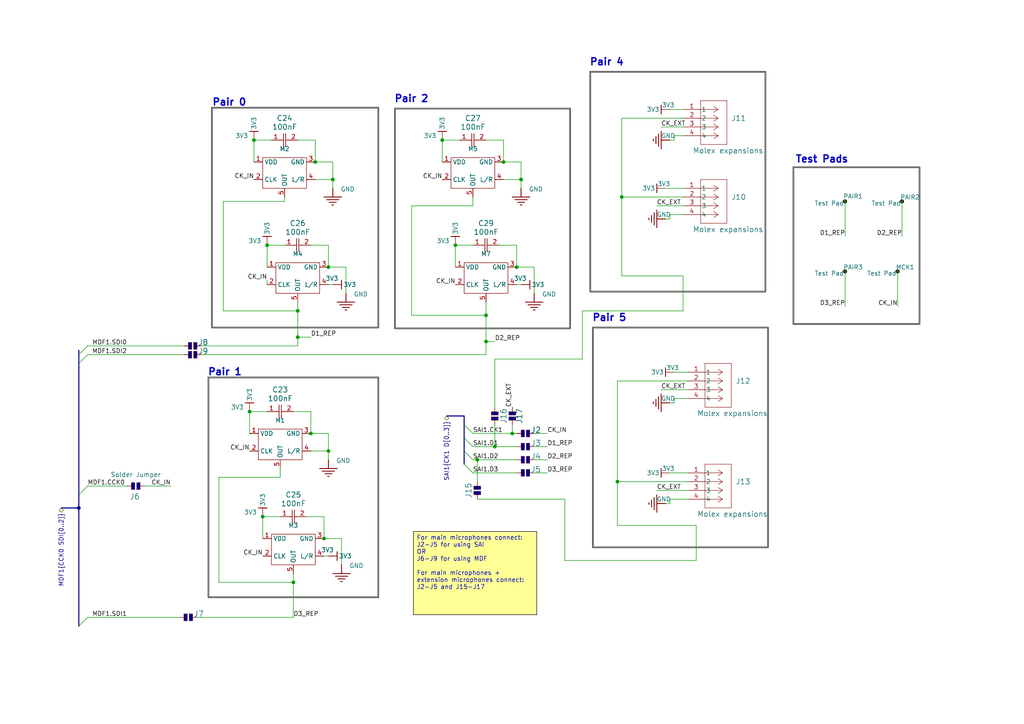
<source format=kicad_sch>
(kicad_sch (version 20250114) (generator "eeschema") (generator_version "9.0")
  (paper "A4")
  (lib_symbols
    (symbol "gap9_deck:CMP-00005-5" (pin_numbers (hide yes)) (pin_names (hide yes))
      (property "Reference" "J" (at 1.016 -1.27 0))
      (property "Value" "Solder Jumper" (at 1.016 -3.81 0))
      (symbol "CMP-00005-5_1_0"
        (rectangle (start 1.016 1.27) (end -1.016 0.254) (stroke (width 0.0254) (color 128 0 0 1)) (fill (type color) (color 0 0 128 1)))
        (rectangle (start 1.016 -0.254) (end -1.016 -1.27) (stroke (width 0.0254) (color 128 0 0 1)) (fill (type color) (color 0 0 128 1)))
        (pin passive line (at 0 2.54 270) (length 1.27) (name "") (number "2"))
        (pin passive line (at 0 -2.54 90) (length 1.27) (name "") (number "1"))
      )
    )
    (symbol "gap9_deck:root_0_CMP-01283-1_gap9_deck.SCHLIB" (pin_numbers (hide yes)) (pin_names (hide yes))
      (symbol "root_0_CMP-01283-1_gap9_deck.SCHLIB_1_0"
        (circle (center 0 0) (radius 0.508) (stroke (width 0) (color 0 0 0 1)) (fill (type color) (color 63 69 17 1)))
        (pin passive line (at 0 0 180) (length 0) (name "1") (number "1"))
      )
    )
    (symbol "gap9_deck:root_3_CMP-01283-1_gap9_deck.SCHLIB" (pin_numbers (hide yes)) (pin_names (hide yes))
      (symbol "root_3_CMP-01283-1_gap9_deck.SCHLIB_1_0"
        (circle (center 0 0) (radius 0.508) (stroke (width 0) (color 0 0 0 1)) (fill (type color) (color 63 69 17 1)))
        (pin passive line (at 0 0 90) (length 0) (name "1") (number "1"))
      )
    )
    (symbol "gap9_deck_v2-altium-import:3V3_BAR" (power)
      (symbol "3V3_BAR_0_0"
        (polyline (pts (xy -1.27 -2.54) (xy 1.27 -2.54)) (stroke (width 0.254)))
      )
      (symbol "3V3_BAR_1_1"
        (pin power_in line (at 0 0 270) (length 2.54) (name "3V3") (number ""))
      )
    )
    (symbol "gap9_deck_v2-altium-import:GND_POWER_GROUND" (power)
      (property "Value" "GND" (at 0 -6.35 0))
      (symbol "GND_POWER_GROUND_0_0"
        (polyline (pts (xy -2.54 -2.54) (xy 2.54 -2.54)) (stroke (width 0.254)))
        (polyline (pts (xy -1.778 -3.302) (xy 1.778 -3.302)) (stroke (width 0.254)))
        (polyline (pts (xy -1.016 -4.064) (xy 1.016 -4.064)) (stroke (width 0.254)))
        (polyline (pts (xy -0.254 -4.826) (xy 0.254 -4.826)) (stroke (width 0.254)))
        (polyline (pts (xy 0 0) (xy 0 -2.54)) (stroke (width 0.254)))
        (pin power_in line (at 0 0 0) (length 0) (hide yes) (name "GND") (number ""))
      )
    )
    (symbol "ul_0402B104K160CT:0402B104K160CT" (pin_names (offset 0.254))
      (property "Reference" "C" (at 3.81 3.81 0))
      (property "Value" "0402B104K160CT" (at 3.81 -3.81 0))
      (symbol "0402B104K160CT_1_1"
        (polyline (pts (xy 2.54 0) (xy 3.4798 0)) (stroke (width 0.2032)))
        (polyline (pts (xy 3.4798 -1.905) (xy 3.4798 1.905)) (stroke (width 0.2032)))
        (polyline (pts (xy 4.1148 0) (xy 5.08 0)) (stroke (width 0.2032)))
        (polyline (pts (xy 4.1148 -1.905) (xy 4.1148 1.905)) (stroke (width 0.2032)))
        (pin unspecified line (at 0 0 0) (length 2.54) (name "") (number "1"))
        (pin unspecified line (at 7.62 0 180) (length 2.54) (name "") (number "2"))
      )
      (symbol "0402B104K160CT_1_2"
        (polyline (pts (xy -1.905 -3.4798) (xy 1.905 -3.4798)) (stroke (width 0.2032)))
        (polyline (pts (xy -1.905 -4.1148) (xy 1.905 -4.1148)) (stroke (width 0.2032)))
        (polyline (pts (xy 0 -2.54) (xy 0 -3.4798)) (stroke (width 0.2032)))
        (polyline (pts (xy 0 -4.1148) (xy 0 -5.08)) (stroke (width 0.2032)))
        (pin unspecified line (at 0 0 270) (length 2.54) (name "") (number "1"))
        (pin unspecified line (at 0 -7.62 90) (length 2.54) (name "") (number "2"))
      )
    )
    (symbol "ul_0402B104K160CT:DMM-2627-B"
      (property "Reference" "M" (at 0 5.08 0))
      (symbol "DMM-2627-B_0_1"
        (rectangle (start -6.35 3.81) (end 6.35 -5.08))
      )
      (symbol "DMM-2627-B_1_1"
        (pin bidirectional line (at -8.89 2.54 0) (length 2.54) (name "VDD") (number "1"))
        (pin bidirectional line (at -8.89 -2.54 0) (length 2.54) (name "CLK") (number "2"))
        (pin bidirectional line (at 0 -7.62 90) (length 2.54) (name "OUT") (number "5"))
        (pin bidirectional line (at 8.89 2.54 180) (length 2.54) (name "GND") (number "3"))
        (pin power_in line (at 8.89 -2.54 180) (length 2.54) (name "L/R") (number "4"))
      )
    )
    (symbol "ul_530480410:530480410" (pin_names (offset 0.254))
      (property "Reference" "J" (at 8.89 6.35 0))
      (property "Value" "530480410" (at 0 0 0))
      (symbol "530480410_1_1"
        (polyline (pts (xy 5.08 2.54) (xy 5.08 -10.16)) (stroke (width 0.127)))
        (polyline (pts (xy 5.08 -10.16) (xy 12.7 -10.16)) (stroke (width 0.127)))
        (polyline (pts (xy 10.16 0) (xy 5.08 0)) (stroke (width 0.127)))
        (polyline (pts (xy 10.16 0) (xy 8.89 0.8467)) (stroke (width 0.127)))
        (polyline (pts (xy 10.16 0) (xy 8.89 -0.8467)) (stroke (width 0.127)))
        (polyline (pts (xy 10.16 -2.54) (xy 5.08 -2.54)) (stroke (width 0.127)))
        (polyline (pts (xy 10.16 -2.54) (xy 8.89 -1.6933)) (stroke (width 0.127)))
        (polyline (pts (xy 10.16 -2.54) (xy 8.89 -3.3867)) (stroke (width 0.127)))
        (polyline (pts (xy 10.16 -5.08) (xy 5.08 -5.08)) (stroke (width 0.127)))
        (polyline (pts (xy 10.16 -5.08) (xy 8.89 -4.2333)) (stroke (width 0.127)))
        (polyline (pts (xy 10.16 -5.08) (xy 8.89 -5.9267)) (stroke (width 0.127)))
        (polyline (pts (xy 10.16 -7.62) (xy 5.08 -7.62)) (stroke (width 0.127)))
        (polyline (pts (xy 10.16 -7.62) (xy 8.89 -6.7733)) (stroke (width 0.127)))
        (polyline (pts (xy 10.16 -7.62) (xy 8.89 -8.4667)) (stroke (width 0.127)))
        (polyline (pts (xy 12.7 2.54) (xy 5.08 2.54)) (stroke (width 0.127)))
        (polyline (pts (xy 12.7 -10.16) (xy 12.7 2.54)) (stroke (width 0.127)))
        (pin power_in line (at 0 0 0) (length 5.08) (name "1") (number "1"))
        (pin bidirectional line (at 0 -2.54 0) (length 5.08) (name "2") (number "2"))
        (pin bidirectional line (at 0 -5.08 0) (length 5.08) (name "3") (number "3"))
        (pin bidirectional line (at 0 -7.62 0) (length 5.08) (name "4") (number "4"))
      )
      (symbol "530480410_1_2"
        (polyline (pts (xy 5.08 2.54) (xy 5.08 -10.16)) (stroke (width 0.127)))
        (polyline (pts (xy 5.08 -10.16) (xy 12.7 -10.16)) (stroke (width 0.127)))
        (polyline (pts (xy 7.62 0) (xy 5.08 0)) (stroke (width 0.127)))
        (polyline (pts (xy 7.62 0) (xy 8.89 0.8467)) (stroke (width 0.127)))
        (polyline (pts (xy 7.62 0) (xy 8.89 -0.8467)) (stroke (width 0.127)))
        (polyline (pts (xy 7.62 -2.54) (xy 5.08 -2.54)) (stroke (width 0.127)))
        (polyline (pts (xy 7.62 -2.54) (xy 8.89 -1.6933)) (stroke (width 0.127)))
        (polyline (pts (xy 7.62 -2.54) (xy 8.89 -3.3867)) (stroke (width 0.127)))
        (polyline (pts (xy 7.62 -5.08) (xy 5.08 -5.08)) (stroke (width 0.127)))
        (polyline (pts (xy 7.62 -5.08) (xy 8.89 -4.2333)) (stroke (width 0.127)))
        (polyline (pts (xy 7.62 -5.08) (xy 8.89 -5.9267)) (stroke (width 0.127)))
        (polyline (pts (xy 7.62 -7.62) (xy 5.08 -7.62)) (stroke (width 0.127)))
        (polyline (pts (xy 7.62 -7.62) (xy 8.89 -6.7733)) (stroke (width 0.127)))
        (polyline (pts (xy 7.62 -7.62) (xy 8.89 -8.4667)) (stroke (width 0.127)))
        (polyline (pts (xy 12.7 2.54) (xy 5.08 2.54)) (stroke (width 0.127)))
        (polyline (pts (xy 12.7 -10.16) (xy 12.7 2.54)) (stroke (width 0.127)))
        (pin unspecified line (at 0 0 0) (length 5.08) (name "1") (number "1"))
        (pin unspecified line (at 0 -2.54 0) (length 5.08) (name "2") (number "2"))
        (pin unspecified line (at 0 -5.08 0) (length 5.08) (name "3") (number "3"))
        (pin unspecified line (at 0 -7.62 0) (length 5.08) (name "4") (number "4"))
      )
    )
  )
  (rectangle (start 60.452 109.474) (end 109.728 173.228) (stroke (width 0.508) (color 102 102 102 1)))
  (rectangle (start 114.554 31.496) (end 165.354 95.25) (stroke (width 0.508) (color 102 102 102 1)))
  (rectangle (start 171.196 20.828) (end 221.996 84.582) (stroke (width 0.508) (color 102 102 102 1)))
  (rectangle (start 230.124 48.514) (end 266.7 93.98) (stroke (width 0.508) (color 102 102 102 1)))
  (rectangle (start 61.468 31.242) (end 109.728 94.996) (stroke (width 0.508) (color 102 102 102 1)))
  (rectangle (start 171.958 94.996) (end 222.758 158.75) (stroke (width 0.508) (color 102 102 102 1)))
  (text "Pair 0" (at 61.468 30.988 0) (effects (font (size 2.032 2.032) (thickness 0.4064) (bold yes)) (justify left bottom)))
  (text "Pair 5" (at 171.704 93.472 0) (effects (font (size 2.032 2.032) (thickness 0.4064) (bold yes)) (justify left bottom)))
  (text "Pair 4" (at 170.942 19.304 0) (effects (font (size 2.032 2.032) (thickness 0.4064) (bold yes)) (justify left bottom)))
  (text "Test Pads\n" (at 230.632 47.498 0) (effects (font (size 2.032 2.032) (thickness 0.4064) (bold yes)) (justify left bottom)))
  (text "Pair 1\n" (at 60.198 109.22 0) (effects (font (size 2.032 2.032) (thickness 0.4064) (bold yes)) (justify left bottom)))
  (text "Pair 2" (at 114.3 29.972 0) (effects (font (size 2.032 2.032) (thickness 0.4064) (bold yes)) (justify left bottom)))
  (text_box "For main microphones connect: \nJ2-J5 for using SAI\nOR \nJ6-J9 for using MDF\n\nFor main microphones + extension microphones connect:\nJ2-J5 and J15-J17\n\n" (at 119.888 154.178 0) (size 35.814 24.13) (margins 0.9525 0.9525 0.9525 0.9525) (stroke (width 0) (color 0 0 0 1)) (fill (type color) (color 255 255 150 1)) (effects (font (size 1.27 1.27)) (justify left top)))
  (junction (at 95.25 77.47))
  (junction (at 22.86 147.32))
  (junction (at 76.2 149.86))
  (junction (at 146.05 46.99))
  (junction (at 148.59 125.73))
  (junction (at 128.27 40.64))
  (junction (at 73.66 40.64))
  (junction (at 179.07 139.7))
  (junction (at 85.09 168.91))
  (junction (at 91.44 46.99))
  (junction (at 151.13 52.07))
  (junction (at 93.98 156.21))
  (junction (at 86.36 90.17))
  (junction (at 140.97 99.06))
  (junction (at 132.08 71.12))
  (junction (at 77.47 71.12))
  (junction (at 180.34 57.15))
  (junction (at 90.17 125.73))
  (junction (at 143.51 129.54))
  (junction (at 95.25 130.81))
  (junction (at 72.39 119.38))
  (junction (at 138.43 133.35))
  (junction (at 96.52 52.07))
  (junction (at 149.86 77.47))
  (junction (at 140.97 91.44))
  (junction (at 86.36 97.79))
  (bus_entry (at 134.62 130.81) (size 2.54 2.54))
  (bus_entry (at 134.62 123.19) (size 2.54 2.54))
  (bus_entry (at 22.86 105.41) (size 2.54 -2.54))
  (bus_entry (at 22.86 102.87) (size 2.54 -2.54))
  (bus_entry (at 134.62 134.62) (size 2.54 2.54))
  (bus_entry (at 22.86 143.51) (size 2.54 -2.54))
  (bus_entry (at 22.86 181.61) (size 2.54 -2.54))
  (bus_entry (at 134.62 127) (size 2.54 2.54))
  (wire (pts (xy 63.5 138.43) (xy 81.28 138.43)))
  (wire (pts (xy 95.25 125.73) (xy 90.17 125.73)))
  (wire (pts (xy 81.28 135.89) (xy 81.28 138.43)))
  (wire (pts (xy 163.83 162.56) (xy 201.93 162.56)))
  (wire (pts (xy 148.59 125.73) (xy 149.86 125.73)))
  (bus (pts (xy 22.86 101.6) (xy 22.86 102.87)))
  (wire (pts (xy 96.52 54.61) (xy 96.52 52.07)))
  (wire (pts (xy 95.25 82.55) (xy 96.52 82.55)))
  (wire (pts (xy 191.77 113.03) (xy 199.39 113.03)))
  (wire (pts (xy 77.47 71.12) (xy 77.47 77.47)))
  (wire (pts (xy 77.47 81.28) (xy 77.47 82.55)))
  (wire (pts (xy 191.77 36.83) (xy 198.12 36.83)))
  (wire (pts (xy 146.05 40.64) (xy 146.05 46.99)))
  (wire (pts (xy 190.5 142.24) (xy 199.39 142.24)))
  (wire (pts (xy 85.09 166.37) (xy 85.09 168.91)))
  (bus (pts (xy 22.86 147.32) (xy 22.86 181.61)))
  (wire (pts (xy 58.42 100.33) (xy 86.36 100.33)))
  (wire (pts (xy 195.58 116.84) (xy 195.58 115.57)))
  (wire (pts (xy 93.98 161.29) (xy 95.25 161.29)))
  (wire (pts (xy 146.05 52.07) (xy 151.13 52.07)))
  (wire (pts (xy 194.31 40.64) (xy 195.58 40.64)))
  (wire (pts (xy 100.33 77.47) (xy 95.25 77.47)))
  (wire (pts (xy 95.25 71.12) (xy 95.25 77.47)))
  (bus (pts (xy 22.86 105.41) (xy 22.86 143.51)))
  (wire (pts (xy 77.47 119.38) (xy 72.39 119.38)))
  (wire (pts (xy 86.36 40.64) (xy 91.44 40.64)))
  (wire (pts (xy 99.06 156.21) (xy 99.06 163.83)))
  (wire (pts (xy 195.58 115.57) (xy 199.39 115.57)))
  (wire (pts (xy 95.25 130.81) (xy 95.25 125.73)))
  (wire (pts (xy 137.16 125.73) (xy 148.59 125.73)))
  (wire (pts (xy 179.07 152.4) (xy 179.07 139.7)))
  (wire (pts (xy 193.04 63.5) (xy 194.31 63.5)))
  (wire (pts (xy 72.39 119.38) (xy 72.39 125.73)))
  (wire (pts (xy 133.35 40.64) (xy 128.27 40.64)))
  (wire (pts (xy 76.2 149.86) (xy 76.2 156.21)))
  (wire (pts (xy 195.58 107.95) (xy 199.39 107.95)))
  (wire (pts (xy 86.36 87.63) (xy 86.36 90.17)))
  (wire (pts (xy 154.94 129.54) (xy 158.75 129.54)))
  (wire (pts (xy 137.16 71.12) (xy 132.08 71.12)))
  (wire (pts (xy 119.38 59.69) (xy 137.16 59.69)))
  (wire (pts (xy 194.31 137.16) (xy 199.39 137.16)))
  (wire (pts (xy 180.34 57.15) (xy 198.12 57.15)))
  (wire (pts (xy 90.17 97.79) (xy 86.36 97.79)))
  (wire (pts (xy 154.94 77.47) (xy 154.94 85.09)))
  (wire (pts (xy 25.4 179.07) (xy 52.07 179.07)))
  (wire (pts (xy 81.28 149.86) (xy 76.2 149.86)))
  (wire (pts (xy 73.66 40.64) (xy 73.66 46.99)))
  (wire (pts (xy 261.62 68.58) (xy 261.62 58.42)))
  (wire (pts (xy 245.11 58.42) (xy 245.11 68.58)))
  (wire (pts (xy 190.5 59.69) (xy 198.12 59.69)))
  (wire (pts (xy 143.51 129.54) (xy 149.86 129.54)))
  (wire (pts (xy 143.51 99.06) (xy 140.97 99.06)))
  (wire (pts (xy 154.94 137.16) (xy 158.75 137.16)))
  (bus (pts (xy 134.62 120.65) (xy 134.62 123.19)))
  (wire (pts (xy 194.31 146.05) (xy 194.31 144.78)))
  (wire (pts (xy 143.51 118.11) (xy 143.51 104.14)))
  (wire (pts (xy 140.97 99.06) (xy 140.97 102.87)))
  (wire (pts (xy 194.31 62.23) (xy 198.12 62.23)))
  (wire (pts (xy 245.11 88.9) (xy 245.11 78.74)))
  (wire (pts (xy 90.17 119.38) (xy 90.17 125.73)))
  (wire (pts (xy 180.34 34.29) (xy 180.34 57.15)))
  (wire (pts (xy 140.97 87.63) (xy 140.97 91.44)))
  (wire (pts (xy 82.55 58.42) (xy 82.55 57.15)))
  (wire (pts (xy 195.58 39.37) (xy 198.12 39.37)))
  (wire (pts (xy 143.51 123.19) (xy 143.51 129.54)))
  (wire (pts (xy 194.31 144.78) (xy 199.39 144.78)))
  (wire (pts (xy 198.12 80.01) (xy 180.34 80.01)))
  (wire (pts (xy 96.52 52.07) (xy 96.52 46.99)))
  (wire (pts (xy 193.04 146.05) (xy 194.31 146.05)))
  (wire (pts (xy 90.17 71.12) (xy 95.25 71.12)))
  (bus (pts (xy 22.86 143.51) (xy 22.86 147.32)))
  (wire (pts (xy 149.86 82.55) (xy 151.13 82.55)))
  (wire (pts (xy 85.09 168.91) (xy 85.09 179.07)))
  (wire (pts (xy 91.44 52.07) (xy 96.52 52.07)))
  (wire (pts (xy 25.4 102.87) (xy 53.34 102.87)))
  (wire (pts (xy 93.98 149.86) (xy 93.98 156.21)))
  (bus (pts (xy 134.62 127) (xy 134.62 130.81)))
  (wire (pts (xy 193.04 54.61) (xy 198.12 54.61)))
  (wire (pts (xy 58.42 102.87) (xy 140.97 102.87)))
  (wire (pts (xy 140.97 40.64) (xy 146.05 40.64)))
  (wire (pts (xy 63.5 168.91) (xy 63.5 138.43)))
  (wire (pts (xy 148.59 123.19) (xy 148.59 125.73)))
  (wire (pts (xy 78.74 40.64) (xy 73.66 40.64)))
  (wire (pts (xy 64.77 58.42) (xy 82.55 58.42)))
  (wire (pts (xy 96.52 46.99) (xy 91.44 46.99)))
  (wire (pts (xy 99.06 156.21) (xy 93.98 156.21)))
  (wire (pts (xy 137.16 137.16) (xy 149.86 137.16)))
  (wire (pts (xy 138.43 144.78) (xy 163.83 144.78)))
  (wire (pts (xy 49.53 140.97) (xy 41.91 140.97)))
  (wire (pts (xy 198.12 80.01) (xy 198.12 90.17)))
  (wire (pts (xy 168.91 104.14) (xy 168.91 90.17)))
  (wire (pts (xy 25.4 100.33) (xy 53.34 100.33)))
  (wire (pts (xy 86.36 97.79) (xy 86.36 100.33)))
  (wire (pts (xy 132.08 71.12) (xy 132.08 77.47)))
  (bus (pts (xy 134.62 130.81) (xy 134.62 134.62)))
  (wire (pts (xy 91.44 40.64) (xy 91.44 46.99)))
  (wire (pts (xy 149.86 71.12) (xy 149.86 77.47)))
  (wire (pts (xy 86.36 90.17) (xy 86.36 97.79)))
  (wire (pts (xy 179.07 110.49) (xy 179.07 139.7)))
  (wire (pts (xy 154.94 77.47) (xy 149.86 77.47)))
  (wire (pts (xy 100.33 77.47) (xy 100.33 85.09)))
  (wire (pts (xy 85.09 168.91) (xy 63.5 168.91)))
  (wire (pts (xy 88.9 149.86) (xy 93.98 149.86)))
  (wire (pts (xy 128.27 40.64) (xy 128.27 46.99)))
  (wire (pts (xy 151.13 46.99) (xy 146.05 46.99)))
  (wire (pts (xy 138.43 133.35) (xy 149.86 133.35)))
  (wire (pts (xy 198.12 34.29) (xy 180.34 34.29)))
  (bus (pts (xy 134.62 123.19) (xy 134.62 127)))
  (wire (pts (xy 180.34 57.15) (xy 180.34 80.01)))
  (wire (pts (xy 199.39 110.49) (xy 179.07 110.49)))
  (bus (pts (xy 129.54 120.65) (xy 134.62 120.65)))
  (wire (pts (xy 138.43 133.35) (xy 138.43 139.7)))
  (wire (pts (xy 95.25 133.35) (xy 95.25 130.81)))
  (bus (pts (xy 17.78 147.32) (xy 22.86 147.32)))
  (wire (pts (xy 86.36 90.17) (xy 64.77 90.17)))
  (wire (pts (xy 154.94 133.35) (xy 158.75 133.35)))
  (wire (pts (xy 151.13 54.61) (xy 151.13 52.07)))
  (wire (pts (xy 158.75 125.73) (xy 154.94 125.73)))
  (wire (pts (xy 57.15 179.07) (xy 85.09 179.07)))
  (wire (pts (xy 140.97 91.44) (xy 140.97 99.06)))
  (wire (pts (xy 151.13 52.07) (xy 151.13 46.99)))
  (wire (pts (xy 194.31 116.84) (xy 195.58 116.84)))
  (wire (pts (xy 168.91 90.17) (xy 198.12 90.17)))
  (wire (pts (xy 163.83 144.78) (xy 163.83 162.56)))
  (wire (pts (xy 144.78 71.12) (xy 149.86 71.12)))
  (wire (pts (xy 137.16 129.54) (xy 143.51 129.54)))
  (wire (pts (xy 140.97 91.44) (xy 119.38 91.44)))
  (wire (pts (xy 85.09 119.38) (xy 90.17 119.38)))
  (wire (pts (xy 195.58 40.64) (xy 195.58 39.37)))
  (wire (pts (xy 194.31 63.5) (xy 194.31 62.23)))
  (wire (pts (xy 201.93 152.4) (xy 201.93 162.56)))
  (bus (pts (xy 22.86 102.87) (xy 22.86 105.41)))
  (wire (pts (xy 137.16 133.35) (xy 138.43 133.35)))
  (wire (pts (xy 260.35 88.9) (xy 260.35 78.74)))
  (wire (pts (xy 194.31 31.75) (xy 198.12 31.75)))
  (wire (pts (xy 201.93 152.4) (xy 179.07 152.4)))
  (wire (pts (xy 25.4 140.97) (xy 36.83 140.97)))
  (wire (pts (xy 90.17 130.81) (xy 95.25 130.81)))
  (wire (pts (xy 137.16 57.15) (xy 137.16 59.69)))
  (wire (pts (xy 64.77 90.17) (xy 64.77 58.42)))
  (wire (pts (xy 143.51 104.14) (xy 168.91 104.14)))
  (wire (pts (xy 82.55 71.12) (xy 77.47 71.12)))
  (wire (pts (xy 179.07 139.7) (xy 199.39 139.7)))
  (wire (pts (xy 119.38 91.44) (xy 119.38 59.69)))
  (label "D2_REP" (at 158.75 133.35 0))
  (label "SAI1.CK1" (at 137.16 125.73 0))
  (label "D3_REP" (at 158.75 137.16 0))
  (label "CK_IN" (at 158.75 125.73 0))
  (label "CK_IN" (at 76.2 161.29 180))
  (label "CK_EXT" (at 191.77 36.83 0))
  (label "SAI1.D3" (at 137.16 137.16 0))
  (label "D2_REP" (at 143.51 99.06 0))
  (label "CK_IN" (at 77.47 81.28 180))
  (label "CK_IN" (at 73.66 52.07 180))
  (label "CK_IN" (at 260.35 88.9 180))
  (label "CK_IN" (at 49.53 140.97 180))
  (label "MDF1.CCK0" (at 25.4 140.97 0))
  (label "D2_REP" (at 261.62 68.58 180))
  (label "SAI1.D2" (at 137.16 133.35 0))
  (label "D1_REP" (at 158.75 129.54 0))
  (label "SAI1.D1" (at 137.16 129.54 0))
  (label "MDF1.SDI2" (at 36.83 102.87 180))
  (label "CK_EXT" (at 190.5 142.24 0))
  (label "D3_REP" (at 85.09 179.07 0))
  (label "CK_IN" (at 128.27 52.07 180))
  (label "D1_REP" (at 90.17 97.79 0))
  (label "D3_REP" (at 245.11 88.9 180))
  (label "MDF1.SDI1" (at 36.83 179.07 180))
  (label "CK_IN" (at 72.39 130.81 180))
  (label "D1_REP" (at 245.11 68.58 180))
  (label "MDF1.SDI0" (at 36.83 100.33 180))
  (label "CK_EXT" (at 148.59 118.11 90))
  (label "CK_EXT" (at 190.5 59.69 0))
  (label "CK_EXT" (at 191.77 113.03 0))
  (label "CK_IN" (at 132.08 82.55 180))
  (hierarchical_label "SAI1{CK1 D[0..3]}" (shape bidirectional) (at 129.54 120.65 270))
  (hierarchical_label "MDF1{CCK0 SDI[0..2]}" (shape bidirectional) (at 17.78 147.32 270))
  (symbol (lib_id "ul_0402B104K160CT:0402B104K160CT") (at 133.35 40.64 0) (unit 1)
    (property "Reference" "C27" (at 137.16 34.29 0) (effects (font (size 1.524 1.524))))
    (property "Value" "100nF" (at 137.16 36.83 0) (effects (font (size 1.524 1.524))))
    (property "Footprint" "CAP_0402_N_WAL" (effects (hide yes)))
    (property "Datasheet" "https://www.digikey.ch/de/products/detail/walsin-technology-corporation/0402B104K160CT/6707534?s=N4IgTCBcDaIAwBY5gEIEZEGk0DY4GEAVEAXQF8g" (effects (hide yes)))
  )
  (symbol (lib_id "gap9_deck:root_3_CMP-01283-1_gap9_deck.SCHLIB") (at 245.11 78.74 0) (unit 1)
    (property "Reference" "PAIR3" (at 244.602 78.232 0) (effects (justify left bottom)))
    (property "Value" "Test Pad" (at 236.22 80.01 0) (effects (justify left bottom)))
    (property "Footprint" "TestPoint:TestPoint_Pad_D1.0mm" (effects (hide yes)))
    (property "Description" "1mm SMT Test Pad" (effects (hide yes)))
    (property "MOUNTING TECHNOLOGY" "SMT" (effects (hide yes)))
  )
  (symbol (lib_id "gap9_deck:CMP-00005-5") (at 39.37 140.97 90) (unit 1)
    (property "Reference" "J6" (at 39.116 144.018 90) (effects (font (size 1.6256 1.6256))))
    (property "Value" "Solder Jumper" (at 39.37 137.668 90) (effects (font (size 1.3208 1.3208))))
    (property "Footprint" "Jumper:SolderJumper-2_P1.3mm_Open_RoundedPad1.0x1.5mm" (effects (hide yes)))
    (property "Technology" "SMT" (effects (hide yes)))
    (property "ALTIUM_VALUE" "1" (effects (hide yes)))
  )
  (symbol (lib_id "gap9_deck:root_3_CMP-01283-1_gap9_deck.SCHLIB") (at 260.35 78.74 0) (unit 1)
    (property "Reference" "MCK1" (at 259.842 78.232 0) (effects (justify left bottom)))
    (property "Value" "Test Pad" (at 251.46 80.01 0) (effects (justify left bottom)))
    (property "Footprint" "TestPoint:TestPoint_Pad_D1.0mm" (effects (hide yes)))
    (property "Description" "1mm SMT Test Pad" (effects (hide yes)))
    (property "MOUNTING TECHNOLOGY" "SMT" (effects (hide yes)))
  )
  (symbol (lib_id "gap9_deck:CMP-00005-5") (at 148.59 120.65 180) (unit 1)
    (property "Reference" "J17" (at 150.622 120.65 90) (effects (font (size 1.6256 1.6256))))
    (property "Value" "Solder Jumper" (effects (hide yes)))
    (property "Footprint" "Jumper:SolderJumper-2_P1.3mm_Open_RoundedPad1.0x1.5mm" (effects (hide yes)))
    (property "Technology" "SMT" (effects (hide yes)))
    (property "ALTIUM_VALUE" "1" (effects (hide yes)))
  )
  (symbol (lib_id "gap9_deck_v2-altium-import:3V3_BAR") (at 96.52 82.55 90) (unit 1)
    (property "Reference" "#PWR038" (effects (hide yes)))
    (property "Value" "3V3" (at 96.266 80.772 90))
    (property "Description" "Power symbol creates a global label with name '3V3'" (effects (hide yes)))
  )
  (symbol (lib_id "gap9_deck_v2-altium-import:GND_POWER_GROUND") (at 193.04 63.5 270) (unit 1)
    (property "Reference" "#PWR055" (effects (hide yes)))
    (property "Value" "GND" (at 192.532 62.23 90))
    (property "Description" "Power symbol creates a global label with name 'GND'" (effects (hide yes)))
  )
  (symbol (lib_id "gap9_deck:CMP-00005-5") (at 138.43 142.24 0) (unit 1)
    (property "Reference" "J15" (at 135.89 142.24 90) (effects (font (size 1.6256 1.6256))))
    (property "Value" "Solder Jumper" (effects (hide yes)))
    (property "Footprint" "Jumper:SolderJumper-2_P1.3mm_Open_RoundedPad1.0x1.5mm" (effects (hide yes)))
    (property "Technology" "SMT" (effects (hide yes)))
    (property "ALTIUM_VALUE" "1" (effects (hide yes)))
  )
  (symbol (lib_id "ul_530480410:530480410") (at 199.39 107.95 0) (unit 1)
    (property "Reference" "J12" (at 213.36 110.4899 0) (effects (font (size 1.524 1.524)) (justify left)))
    (property "Value" "Molex expansions" (at 202.184 119.888 0) (effects (font (size 1.524 1.524)) (justify left)))
    (property "Footprint" "CONN04_530480410_MOL" (effects (hide yes)))
    (property "Datasheet" "https://www.digikey.ch/de/products/detail/molex/0530480410/242866?s=N4IgTCBcDaIKwGYAMAWAHKgjEkBdAvkA" (effects (hide yes)))
  )
  (symbol (lib_id "ul_530480410:530480410") (at 198.12 31.75 0) (unit 1)
    (property "Reference" "J11" (at 212.09 34.2899 0) (effects (font (size 1.524 1.524)) (justify left)))
    (property "Value" "Molex expansions" (at 200.914 43.688 0) (effects (font (size 1.524 1.524)) (justify left)))
    (property "Footprint" "CONN04_530480410_MOL" (effects (hide yes)))
    (property "Datasheet" "https://www.digikey.ch/de/products/detail/molex/0530480410/242866?s=N4IgTCBcDaIKwGYAMAWAHKgjEkBdAvkA" (effects (hide yes)))
  )
  (symbol (lib_id "gap9_deck_v2-altium-import:GND_POWER_GROUND") (at 154.94 85.09 0) (unit 1)
    (property "Reference" "#PWR052" (effects (hide yes)))
    (property "Value" "GND" (at 159.258 85.344 0))
    (property "Description" "Power symbol creates a global label with name 'GND'" (effects (hide yes)))
  )
  (symbol (lib_id "ul_0402B104K160CT:DMM-2627-B") (at 86.36 80.01 0) (unit 1)
    (property "Reference" "M4" (at 86.36 73.66 0))
    (property "Value" "Microphone" (effects (hide yes)))
    (property "Footprint" "ul_0402B104K160CT:DMM-2627-B" (effects (hide yes)))
    (property "Datasheet" "https://www.digikey.ch/de/products/detail/pui-audio-inc/DMM-2726-B/27381679?s=N4IgTCBcDaICYFsEFowHYwDZkCMQF0BfIA" (effects (hide yes)))
  )
  (symbol (lib_id "gap9_deck:root_3_CMP-01283-1_gap9_deck.SCHLIB") (at 261.62 58.42 0) (unit 1)
    (property "Reference" "PAIR2" (at 261.112 57.912 0) (effects (justify left bottom)))
    (property "Value" "Test Pad" (at 252.73 59.69 0) (effects (justify left bottom)))
    (property "Footprint" "TestPoint:TestPoint_Pad_D1.0mm" (effects (hide yes)))
    (property "Description" "1mm SMT Test Pad" (effects (hide yes)))
    (property "MOUNTING TECHNOLOGY" "SMT" (effects (hide yes)))
  )
  (symbol (lib_id "gap9_deck_v2-altium-import:GND_POWER_GROUND") (at 96.52 54.61 0) (unit 1)
    (property "Reference" "#PWR041" (effects (hide yes)))
    (property "Value" "GND" (at 100.838 54.864 0))
    (property "Description" "Power symbol creates a global label with name 'GND'" (effects (hide yes)))
  )
  (symbol (lib_id "gap9_deck_v2-altium-import:3V3_BAR") (at 194.31 31.75 270) (unit 1)
    (property "Reference" "#PWR057" (effects (hide yes)))
    (property "Value" "3V3" (at 193.802 30.48 90))
    (property "Description" "Power symbol creates a global label with name '3V3'" (effects (hide yes)))
  )
  (symbol (lib_id "gap9_deck_v2-altium-import:3V3_BAR") (at 73.66 40.64 180) (unit 1)
    (property "Reference" "#PWR035" (effects (hide yes)))
    (property "Value" "3V3" (at 70.104 39.37 0))
    (property "Description" "Power symbol creates a global label with name '3V3'" (effects (hide yes)))
  )
  (symbol (lib_id "gap9_deck_v2-altium-import:3V3_BAR") (at 76.2 149.86 180) (unit 1)
    (property "Reference" "#PWR036" (effects (hide yes)))
    (property "Value" "3V3" (at 72.644 148.59 0))
    (property "Description" "Power symbol creates a global label with name '3V3'" (effects (hide yes)))
  )
  (symbol (lib_id "ul_0402B104K160CT:DMM-2627-B") (at 81.28 128.27 0) (unit 1)
    (property "Reference" "M1" (at 81.28 121.92 0))
    (property "Value" "Microphone" (effects (hide yes)))
    (property "Footprint" "ul_0402B104K160CT:DMM-2627-B" (effects (hide yes)))
    (property "Datasheet" "https://www.digikey.ch/de/products/detail/pui-audio-inc/DMM-2726-B/27381679?s=N4IgTCBcDaICYFsEFowHYwDZkCMQF0BfIA" (effects (hide yes)))
  )
  (symbol (lib_id "gap9_deck:CMP-00005-5") (at 152.4 125.73 90) (unit 1)
    (property "Reference" "J2" (at 155.448 124.714 90) (effects (font (size 1.6256 1.6256))))
    (property "Value" "Solder Jumper" (effects (hide yes)))
    (property "Footprint" "Jumper:SolderJumper-2_P1.3mm_Open_RoundedPad1.0x1.5mm" (effects (hide yes)))
    (property "Technology" "SMT" (effects (hide yes)))
    (property "ALTIUM_VALUE" "1" (effects (hide yes)))
  )
  (symbol (lib_id "gap9_deck:CMP-00005-5") (at 152.4 129.54 90) (unit 1)
    (property "Reference" "J3" (at 155.448 128.524 90) (effects (font (size 1.6256 1.6256))))
    (property "Value" "Solder Jumper" (effects (hide yes)))
    (property "Footprint" "Jumper:SolderJumper-2_P1.3mm_Open_RoundedPad1.0x1.5mm" (effects (hide yes)))
    (property "Technology" "SMT" (effects (hide yes)))
    (property "ALTIUM_VALUE" "1" (effects (hide yes)))
  )
  (symbol (lib_id "gap9_deck_v2-altium-import:GND_POWER_GROUND") (at 95.25 133.35 0) (unit 1)
    (property "Reference" "#PWR039" (effects (hide yes)))
    (property "Value" "GND" (at 99.568 133.604 0))
    (property "Description" "Power symbol creates a global label with name 'GND'" (effects (hide yes)))
  )
  (symbol (lib_id "gap9_deck:CMP-00005-5") (at 55.88 102.87 90) (unit 1)
    (property "Reference" "J9" (at 58.928 101.854 90) (effects (font (size 1.6256 1.6256))))
    (property "Value" "Solder Jumper" (effects (hide yes)))
    (property "Footprint" "Jumper:SolderJumper-2_P1.3mm_Open_RoundedPad1.0x1.5mm" (effects (hide yes)))
    (property "Technology" "SMT" (effects (hide yes)))
    (property "ALTIUM_VALUE" "1" (effects (hide yes)))
  )
  (symbol (lib_id "ul_0402B104K160CT:DMM-2627-B") (at 140.97 80.01 0) (unit 1)
    (property "Reference" "M7" (at 140.97 73.66 0))
    (property "Value" "Microphone" (effects (hide yes)))
    (property "Footprint" "ul_0402B104K160CT:DMM-2627-B" (effects (hide yes)))
    (property "Datasheet" "https://www.digikey.ch/de/products/detail/pui-audio-inc/DMM-2726-B/27381679?s=N4IgTCBcDaICYFsEFowHYwDZkCMQF0BfIA" (effects (hide yes)))
  )
  (symbol (lib_id "gap9_deck_v2-altium-import:3V3_BAR") (at 195.58 107.95 270) (unit 1)
    (property "Reference" "#PWR061" (effects (hide yes)))
    (property "Value" "3V3" (at 195.072 106.68 90))
    (property "Description" "Power symbol creates a global label with name '3V3'" (effects (hide yes)))
  )
  (symbol (lib_id "ul_0402B104K160CT:DMM-2627-B") (at 85.09 158.75 0) (unit 1)
    (property "Reference" "M3" (at 85.09 152.4 0))
    (property "Value" "Microphone" (effects (hide yes)))
    (property "Footprint" "ul_0402B104K160CT:DMM-2627-B" (effects (hide yes)))
    (property "Datasheet" "https://www.digikey.ch/de/products/detail/pui-audio-inc/DMM-2726-B/27381679?s=N4IgTCBcDaICYFsEFowHYwDZkCMQF0BfIA" (effects (hide yes)))
  )
  (symbol (lib_id "gap9_deck_v2-altium-import:GND_POWER_GROUND") (at 100.33 85.09 0) (unit 1)
    (property "Reference" "#PWR043" (effects (hide yes)))
    (property "Value" "GND" (at 104.648 85.344 0))
    (property "Description" "Power symbol creates a global label with name 'GND'" (effects (hide yes)))
  )
  (symbol (lib_id "ul_0402B104K160CT:DMM-2627-B") (at 82.55 49.53 0) (unit 1)
    (property "Reference" "M2" (at 82.55 43.18 0))
    (property "Value" "Microphone" (effects (hide yes)))
    (property "Footprint" "ul_0402B104K160CT:DMM-2627-B" (effects (hide yes)))
    (property "Datasheet" "https://www.digikey.ch/de/products/detail/pui-audio-inc/DMM-2726-B/27381679?s=N4IgTCBcDaICYFsEFowHYwDZkCMQF0BfIA" (effects (hide yes)))
  )
  (symbol (lib_id "gap9_deck_v2-altium-import:GND_POWER_GROUND") (at 193.04 146.05 270) (unit 1)
    (property "Reference" "#PWR056" (effects (hide yes)))
    (property "Value" "GND" (at 192.532 144.78 90))
    (property "Description" "Power symbol creates a global label with name 'GND'" (effects (hide yes)))
  )
  (symbol (lib_id "ul_0402B104K160CT:0402B104K160CT") (at 137.16 71.12 0) (unit 1)
    (property "Reference" "C29" (at 140.97 64.77 0) (effects (font (size 1.524 1.524))))
    (property "Value" "100nF" (at 140.97 67.31 0) (effects (font (size 1.524 1.524))))
    (property "Footprint" "CAP_0402_N_WAL" (effects (hide yes)))
    (property "Datasheet" "https://www.digikey.ch/de/products/detail/walsin-technology-corporation/0402B104K160CT/6707534?s=N4IgTCBcDaIAwBY5gEIEZEGk0DY4GEAVEAXQF8g" (effects (hide yes)))
  )
  (symbol (lib_id "ul_0402B104K160CT:0402B104K160CT") (at 77.47 119.38 0) (unit 1)
    (property "Reference" "C23" (at 81.28 113.03 0) (effects (font (size 1.524 1.524))))
    (property "Value" "100nF" (at 81.28 115.57 0) (effects (font (size 1.524 1.524))))
    (property "Footprint" "CAP_0402_N_WAL" (effects (hide yes)))
    (property "Datasheet" "https://www.digikey.ch/de/products/detail/walsin-technology-corporation/0402B104K160CT/6707534?s=N4IgTCBcDaIAwBY5gEIEZEGk0DY4GEAVEAXQF8g" (effects (hide yes)))
  )
  (symbol (lib_id "gap9_deck_v2-altium-import:3V3_BAR") (at 132.08 71.12 180) (unit 1)
    (property "Reference" "#PWR046" (effects (hide yes)))
    (property "Value" "3V3" (at 128.524 69.85 0))
    (property "Description" "Power symbol creates a global label with name '3V3'" (effects (hide yes)))
  )
  (symbol (lib_id "gap9_deck_v2-altium-import:GND_POWER_GROUND") (at 194.31 40.64 270) (unit 1)
    (property "Reference" "#PWR058" (effects (hide yes)))
    (property "Value" "GND" (at 193.802 39.37 90))
    (property "Description" "Power symbol creates a global label with name 'GND'" (effects (hide yes)))
  )
  (symbol (lib_id "ul_530480410:530480410") (at 198.12 54.61 0) (unit 1)
    (property "Reference" "J10" (at 212.09 57.1499 0) (effects (font (size 1.524 1.524)) (justify left)))
    (property "Value" "Molex expansions" (at 200.914 66.548 0) (effects (font (size 1.524 1.524)) (justify left)))
    (property "Footprint" "CONN04_530480410_MOL" (effects (hide yes)))
    (property "Datasheet" "https://www.digikey.ch/de/products/detail/molex/0530480410/242866?s=N4IgTCBcDaIKwGYAMAWAHKgjEkBdAvkA" (effects (hide yes)))
  )
  (symbol (lib_id "gap9_deck:CMP-00005-5") (at 55.88 100.33 90) (unit 1)
    (property "Reference" "J8" (at 58.928 99.314 90) (effects (font (size 1.6256 1.6256))))
    (property "Value" "Solder Jumper" (effects (hide yes)))
    (property "Footprint" "Jumper:SolderJumper-2_P1.3mm_Open_RoundedPad1.0x1.5mm" (effects (hide yes)))
    (property "Technology" "SMT" (effects (hide yes)))
    (property "ALTIUM_VALUE" "1" (effects (hide yes)))
  )
  (symbol (lib_id "gap9_deck:CMP-00005-5") (at 152.4 133.35 90) (unit 1)
    (property "Reference" "J4" (at 155.448 132.334 90) (effects (font (size 1.6256 1.6256))))
    (property "Value" "Solder Jumper" (effects (hide yes)))
    (property "Footprint" "Jumper:SolderJumper-2_P1.3mm_Open_RoundedPad1.0x1.5mm" (effects (hide yes)))
    (property "Technology" "SMT" (effects (hide yes)))
    (property "ALTIUM_VALUE" "1" (effects (hide yes)))
  )
  (symbol (lib_id "gap9_deck_v2-altium-import:3V3_BAR") (at 193.04 54.61 270) (unit 1)
    (property "Reference" "#PWR054" (effects (hide yes)))
    (property "Value" "3V3" (at 192.532 53.34 90))
    (property "Description" "Power symbol creates a global label with name '3V3'" (effects (hide yes)))
  )
  (symbol (lib_id "ul_0402B104K160CT:0402B104K160CT") (at 81.28 149.86 0) (unit 1)
    (property "Reference" "C25" (at 85.09 143.51 0) (effects (font (size 1.524 1.524))))
    (property "Value" "100nF" (at 85.09 146.05 0) (effects (font (size 1.524 1.524))))
    (property "Footprint" "CAP_0402_N_WAL" (effects (hide yes)))
    (property "Datasheet" "https://www.digikey.ch/de/products/detail/walsin-technology-corporation/0402B104K160CT/6707534?s=N4IgTCBcDaIAwBY5gEIEZEGk0DY4GEAVEAXQF8g" (effects (hide yes)))
  )
  (symbol (lib_id "ul_0402B104K160CT:DMM-2627-B") (at 137.16 49.53 0) (unit 1)
    (property "Reference" "M5" (at 137.16 43.18 0))
    (property "Value" "Microphone" (effects (hide yes)))
    (property "Footprint" "ul_0402B104K160CT:DMM-2627-B" (effects (hide yes)))
    (property "Datasheet" "https://www.digikey.ch/de/products/detail/pui-audio-inc/DMM-2726-B/27381679?s=N4IgTCBcDaICYFsEFowHYwDZkCMQF0BfIA" (effects (hide yes)))
  )
  (symbol (lib_id "gap9_deck_v2-altium-import:3V3_BAR") (at 95.25 161.29 90) (unit 1)
    (property "Reference" "#PWR040" (effects (hide yes)))
    (property "Value" "3V3" (at 94.996 159.512 90))
    (property "Description" "Power symbol creates a global label with name '3V3'" (effects (hide yes)))
  )
  (symbol (lib_id "gap9_deck_v2-altium-import:GND_POWER_GROUND") (at 194.31 116.84 270) (unit 1)
    (property "Reference" "#PWR045" (effects (hide yes)))
    (property "Value" "GND" (at 193.802 115.57 90))
    (property "Description" "Power symbol creates a global label with name 'GND'" (effects (hide yes)))
  )
  (symbol (lib_id "gap9_deck_v2-altium-import:GND_POWER_GROUND") (at 99.06 163.83 0) (unit 1)
    (property "Reference" "#PWR042" (effects (hide yes)))
    (property "Value" "GND" (at 103.378 164.084 0))
    (property "Description" "Power symbol creates a global label with name 'GND'" (effects (hide yes)))
  )
  (symbol (lib_id "gap9_deck:CMP-00005-5") (at 54.61 179.07 90) (unit 1)
    (property "Reference" "J7" (at 57.658 178.054 90) (effects (font (size 1.6256 1.6256))))
    (property "Value" "Solder Jumper" (effects (hide yes)))
    (property "Footprint" "Jumper:SolderJumper-2_P1.3mm_Open_RoundedPad1.0x1.5mm" (effects (hide yes)))
    (property "Technology" "SMT" (effects (hide yes)))
    (property "ALTIUM_VALUE" "1" (effects (hide yes)))
  )
  (symbol (lib_id "gap9_deck_v2-altium-import:3V3_BAR") (at 72.39 119.38 180) (unit 1)
    (property "Reference" "#PWR034" (effects (hide yes)))
    (property "Value" "3V3" (at 68.834 118.11 0))
    (property "Description" "Power symbol creates a global label with name '3V3'" (effects (hide yes)))
  )
  (symbol (lib_id "ul_0402B104K160CT:0402B104K160CT") (at 82.55 71.12 0) (unit 1)
    (property "Reference" "C26" (at 86.36 64.77 0) (effects (font (size 1.524 1.524))))
    (property "Value" "100nF" (at 86.36 67.31 0) (effects (font (size 1.524 1.524))))
    (property "Footprint" "CAP_0402_N_WAL" (effects (hide yes)))
    (property "Datasheet" "https://www.digikey.ch/de/products/detail/walsin-technology-corporation/0402B104K160CT/6707534?s=N4IgTCBcDaIAwBY5gEIEZEGk0DY4GEAVEAXQF8g" (effects (hide yes)))
  )
  (symbol (lib_id "gap9_deck_v2-altium-import:3V3_BAR") (at 151.13 82.55 90) (unit 1)
    (property "Reference" "#PWR049" (effects (hide yes)))
    (property "Value" "3V3" (at 150.876 80.772 90))
    (property "Description" "Power symbol creates a global label with name '3V3'" (effects (hide yes)))
  )
  (symbol (lib_id "gap9_deck_v2-altium-import:3V3_BAR") (at 128.27 40.64 180) (unit 1)
    (property "Reference" "#PWR044" (effects (hide yes)))
    (property "Value" "3V3" (at 124.714 39.37 0))
    (property "Description" "Power symbol creates a global label with name '3V3'" (effects (hide yes)))
  )
  (symbol (lib_id "gap9_deck:CMP-00005-5") (at 152.4 137.16 90) (unit 1)
    (property "Reference" "J5" (at 155.448 136.144 90) (effects (font (size 1.6256 1.6256))))
    (property "Value" "Solder Jumper" (effects (hide yes)))
    (property "Footprint" "Jumper:SolderJumper-2_P1.3mm_Open_RoundedPad1.0x1.5mm" (effects (hide yes)))
    (property "Technology" "SMT" (effects (hide yes)))
    (property "ALTIUM_VALUE" "1" (effects (hide yes)))
  )
  (symbol (lib_id "gap9_deck:root_0_CMP-01283-1_gap9_deck.SCHLIB") (at 245.11 58.42 0) (unit 1)
    (property "Reference" "PAIR1" (at 244.602 57.658 0) (effects (justify left bottom)))
    (property "Value" "Test Pad" (at 236.22 59.69 0) (effects (justify left bottom)))
    (property "Footprint" "TestPoint:TestPoint_Pad_D1.0mm" (effects (hide yes)))
    (property "Description" "1mm SMT Test Pad" (effects (hide yes)))
    (property "MOUNTING TECHNOLOGY" "SMT" (effects (hide yes)))
  )
  (symbol (lib_id "ul_530480410:530480410") (at 199.39 137.16 0) (unit 1)
    (property "Reference" "J13" (at 213.36 139.6999 0) (effects (font (size 1.524 1.524)) (justify left)))
    (property "Value" "Molex expansions" (at 202.184 149.098 0) (effects (font (size 1.524 1.524)) (justify left)))
    (property "Footprint" "CONN04_530480410_MOL" (effects (hide yes)))
    (property "Datasheet" "https://www.digikey.ch/de/products/detail/molex/0530480410/242866?s=N4IgTCBcDaIKwGYAMAWAHKgjEkBdAvkA" (effects (hide yes)))
  )
  (symbol (lib_id "gap9_deck:CMP-00005-5") (at 143.51 120.65 180) (unit 1)
    (property "Reference" "J16" (at 146.05 120.65 90) (effects (font (size 1.6256 1.6256))))
    (property "Value" "Solder Jumper" (effects (hide yes)))
    (property "Footprint" "Jumper:SolderJumper-2_P1.3mm_Open_RoundedPad1.0x1.5mm" (effects (hide yes)))
    (property "Technology" "SMT" (effects (hide yes)))
    (property "ALTIUM_VALUE" "1" (effects (hide yes)))
  )
  (symbol (lib_id "gap9_deck_v2-altium-import:3V3_BAR") (at 77.47 71.12 180) (unit 1)
    (property "Reference" "#PWR037" (effects (hide yes)))
    (property "Value" "3V3" (at 73.914 69.85 0))
    (property "Description" "Power symbol creates a global label with name '3V3'" (effects (hide yes)))
  )
  (symbol (lib_id "gap9_deck_v2-altium-import:GND_POWER_GROUND") (at 151.13 54.61 0) (unit 1)
    (property "Reference" "#PWR048" (effects (hide yes)))
    (property "Value" "GND" (at 155.448 54.864 0))
    (property "Description" "Power symbol creates a global label with name 'GND'" (effects (hide yes)))
  )
  (symbol (lib_id "ul_0402B104K160CT:0402B104K160CT") (at 78.74 40.64 0) (unit 1)
    (property "Reference" "C24" (at 82.55 34.29 0) (effects (font (size 1.524 1.524))))
    (property "Value" "100nF" (at 82.55 36.83 0) (effects (font (size 1.524 1.524))))
    (property "Footprint" "CAP_0402_N_WAL" (effects (hide yes)))
    (property "Datasheet" "https://www.digikey.ch/de/products/detail/walsin-technology-corporation/0402B104K160CT/6707534?s=N4IgTCBcDaIAwBY5gEIEZEGk0DY4GEAVEAXQF8g" (effects (hide yes)))
  )
  (symbol (lib_id "gap9_deck_v2-altium-import:3V3_BAR") (at 194.31 137.16 270) (unit 1)
    (property "Reference" "#PWR060" (effects (hide yes)))
    (property "Value" "3V3" (at 193.802 135.89 90))
    (property "Description" "Power symbol creates a global label with name '3V3'" (effects (hide yes)))
  )
)
</source>
